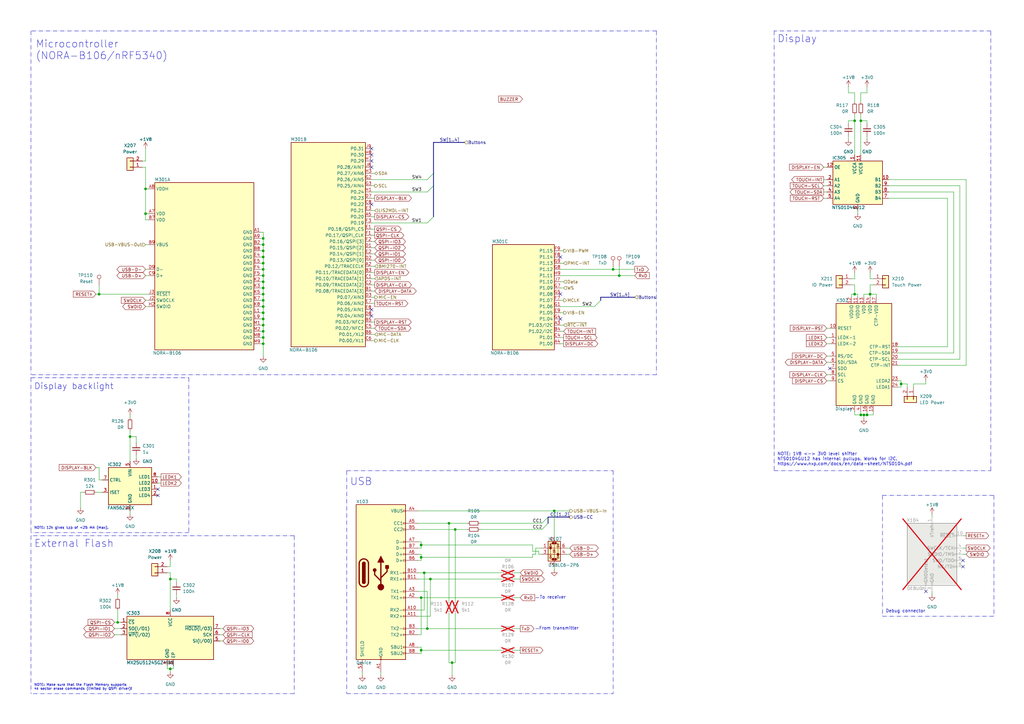
<source format=kicad_sch>
(kicad_sch (version 20250114) (generator "eeschema") (generator_version "9.0")
  (paper "A3")
  (title_block (title "ZSWatch v3 Dev-Kit") (date "2025-05-09") (rev "0") (company "github.com/jakkra/ZSWatch-HW"))
  (text "From transmitter" (at 229.235 257.81 0) (effects (font (size 1.27 1.27))))
  (text "To receiver" (at 226.695 245.11 0) (effects (font (size 1.27 1.27))))
  (text "NOTE: 12k gives I_{LED} of <25 mA (max)." (at 13.97 217.17 0) (effects (font (size 1 1)) (justify left bottom)))
  (text "NOTE: Make sure that the Flash Memory supports\n4k sector erase commands (limited by QSPI driver)!" (at 13.97 283.21 0) (effects (font (size 1 1)) (justify left bottom)))
  (text "Display" (at 318.77 17.78 0) (effects (font (size 3 3)) (justify left bottom)))
  (text "Debug connector" (at 363.22 251.46 0) (effects (font (size 1.27 1.27)) (justify left bottom)))
  (text "USB" (at 143.51 199.39 0) (effects (font (size 3 3)) (justify left bottom)))
  (text "NOTE: 1V8 <-> 3V0 level shifter\nNTS0104GU12 has internal pullups. Works for I2C.\nhttps://www.nxp.com/docs/en/data-sheet/NTS0104.pdf" (at 318.77 191.135 0) (effects (font (size 1.27 1.27)) (justify left bottom)))
  (text "Microcontroller\n(NORA-B106/nRF5340)" (at 14.605 24.765 0) (effects (font (size 3 3)) (justify left bottom)))
  (text "Display backlight" (at 13.97 160.02 0) (effects (font (size 2.5 2.5)) (justify left bottom)))
  (text "External Flash" (at 13.97 224.79 0) (effects (font (size 3 3)) (justify left bottom)))
  (junction (at 107.95 123.19))
  (junction (at 107.95 107.95))
  (junction (at 186.69 217.17))
  (junction (at 107.95 100.33))
  (junction (at 107.95 130.81))
  (junction (at 172.72 223.52))
  (junction (at 107.95 115.57))
  (junction (at 48.26 255.27))
  (junction (at 53.34 179.07))
  (junction (at 107.95 113.03))
  (junction (at 107.95 138.43))
  (junction (at 350.52 120.65))
  (junction (at 107.95 110.49))
  (junction (at 175.26 257.81))
  (junction (at 107.95 140.97))
  (junction (at 254 113.03))
  (junction (at 353.06 49.53))
  (junction (at 173.99 234.95))
  (junction (at 107.95 105.41))
  (junction (at 107.95 118.11))
  (junction (at 184.15 214.63))
  (junction (at 107.95 128.27))
  (junction (at 107.95 97.79))
  (junction (at 107.95 120.65))
  (junction (at 251.46 110.49))
  (junction (at 227.33 209.55))
  (junction (at 350.52 49.53))
  (junction (at 185.42 271.78))
  (junction (at 40.64 120.65))
  (junction (at 107.95 135.89))
  (junction (at 369.57 157.48))
  (junction (at 354.33 170.18))
  (junction (at 172.72 266.7))
  (junction (at 355.6 170.18))
  (junction (at 59.69 77.47))
  (junction (at 107.95 133.35))
  (junction (at 69.85 237.49))
  (junction (at 353.06 170.18))
  (junction (at 172.72 245.11))
  (junction (at 107.95 125.73))
  (junction (at 107.95 102.87))
  (junction (at 59.69 87.63))
  (junction (at 356.87 120.65))
  (junction (at 172.72 228.6))
  (junction (at 69.85 274.32))
  (junction (at 176.53 237.49))
  (no_connect (at 340.36 151.13))
  (no_connect (at 152.4 66.04))
  (no_connect (at 152.4 68.58))
  (no_connect (at 64.77 200.66))
  (no_connect (at 229.87 105.41))
  (no_connect (at 394.97 232.41))
  (no_connect (at 229.87 120.65))
  (no_connect (at 152.4 127))
  (no_connect (at 64.77 203.2))
  (no_connect (at 379.73 242.57))
  (no_connect (at 152.4 83.82))
  (no_connect (at 152.4 129.54))
  (no_connect (at 152.4 63.5))
  (no_connect (at 229.87 130.81))
  (no_connect (at 152.4 60.96))
  (no_connect (at 394.97 229.87))
  (bus_entry (at 246.38 123.19) (size -2.54 2.54))
  (bus_entry (at 177.8 71.12) (size -2.54 2.54))
  (bus_entry (at 222.25 217.17) (size 2.54 -2.54))
  (bus_entry (at 177.8 88.9) (size -2.54 2.54))
  (bus_entry (at 222.25 214.63) (size 2.54 -2.54))
  (bus_entry (at 177.8 76.2) (size -2.54 2.54))
  (wire (pts (xy 354.33 170.18) (xy 354.33 171.45)))
  (wire (pts (xy 69.85 234.95) (xy 69.85 237.49)))
  (wire (pts (xy 339.09 146.05) (xy 340.36 146.05)))
  (wire (pts (xy 210.82 245.11) (xy 213.36 245.11)))
  (wire (pts (xy 172.72 267.97) (xy 171.45 267.97)))
  (wire (pts (xy 72.39 237.49) (xy 72.39 238.76)))
  (wire (pts (xy 350.52 111.76) (xy 350.52 114.3)))
  (wire (pts (xy 152.4 139.7) (xy 153.67 139.7)))
  (wire (pts (xy 171.45 257.81) (xy 175.26 257.81)))
  (wire (pts (xy 53.34 179.07) (xy 53.34 189.23)))
  (wire (pts (xy 353.06 46.99) (xy 353.06 49.53)))
  (wire (pts (xy 339.09 138.43) (xy 340.36 138.43)))
  (wire (pts (xy 107.95 140.97) (xy 107.95 146.05)))
  (polyline (pts (xy 269.24 12.7) (xy 12.7 12.7)) (stroke (width 0) (type dash_dot)))
  (wire (pts (xy 391.16 78.74) (xy 391.16 144.78)))
  (wire (pts (xy 72.39 243.84) (xy 72.39 245.11)))
  (wire (pts (xy 251.46 109.22) (xy 251.46 110.49)))
  (wire (pts (xy 372.11 157.48) (xy 372.11 158.75)))
  (wire (pts (xy 107.95 97.79) (xy 107.95 100.33)))
  (wire (pts (xy 34.29 201.93) (xy 33.02 201.93)))
  (wire (pts (xy 107.95 110.49) (xy 107.95 113.03)))
  (wire (pts (xy 59.69 60.96) (xy 59.69 66.04)))
  (wire (pts (xy 152.4 134.62) (xy 153.67 134.62)))
  (wire (pts (xy 184.15 214.63) (xy 184.15 246.38)))
  (wire (pts (xy 172.72 227.33) (xy 172.72 228.6)))
  (wire (pts (xy 213.36 234.95) (xy 210.82 234.95)))
  (wire (pts (xy 353.06 170.18) (xy 354.33 170.18)))
  (polyline (pts (xy 269.24 153.67) (xy 12.7 153.67)) (stroke (width 0) (type dash_dot)))
  (bus (pts (xy 246.38 121.92) (xy 246.38 123.19)))
  (wire (pts (xy 55.88 186.69) (xy 55.88 187.96)))
  (wire (pts (xy 152.4 111.76) (xy 153.67 111.76)))
  (wire (pts (xy 374.65 157.48) (xy 379.73 157.48)))
  (wire (pts (xy 172.72 266.7) (xy 205.74 266.7)))
  (wire (pts (xy 107.95 125.73) (xy 107.95 128.27)))
  (wire (pts (xy 71.12 273.05) (xy 71.12 274.32)))
  (wire (pts (xy 369.57 158.75) (xy 369.57 157.48)))
  (wire (pts (xy 210.82 266.7) (xy 213.36 266.7)))
  (wire (pts (xy 368.3 149.86) (xy 396.24 149.86)))
  (wire (pts (xy 229.87 118.11) (xy 231.14 118.11)))
  (wire (pts (xy 350.52 168.91) (xy 350.52 170.18)))
  (wire (pts (xy 152.4 119.38) (xy 153.67 119.38)))
  (wire (pts (xy 171.45 245.11) (xy 172.72 245.11)))
  (wire (pts (xy 229.87 135.89) (xy 231.14 135.89)))
  (wire (pts (xy 232.41 227.33) (xy 233.68 227.33)))
  (wire (pts (xy 337.82 81.28) (xy 339.09 81.28)))
  (wire (pts (xy 152.4 99.06) (xy 153.67 99.06)))
  (wire (pts (xy 186.69 217.17) (xy 186.69 246.38)))
  (wire (pts (xy 152.4 81.28) (xy 153.67 81.28)))
  (wire (pts (xy 58.42 66.04) (xy 59.69 66.04)))
  (wire (pts (xy 173.99 250.19) (xy 173.99 234.95)))
  (wire (pts (xy 107.95 133.35) (xy 106.68 133.35)))
  (bus (pts (xy 177.8 71.12) (xy 177.8 76.2)))
  (wire (pts (xy 353.06 170.18) (xy 353.06 168.91)))
  (polyline (pts (xy 317.5 193.04) (xy 406.4 193.04)) (stroke (width 0) (type dash_dot)))
  (wire (pts (xy 152.4 78.74) (xy 175.26 78.74)))
  (polyline (pts (xy 12.7 154.94) (xy 12.7 218.44)) (stroke (width 0) (type dash_dot)))
  (wire (pts (xy 107.95 123.19) (xy 107.95 125.73)))
  (wire (pts (xy 171.45 209.55) (xy 227.33 209.55)))
  (wire (pts (xy 382.27 242.57) (xy 382.27 243.84)))
  (wire (pts (xy 64.77 195.58) (xy 66.04 195.58)))
  (wire (pts (xy 107.95 135.89) (xy 107.95 138.43)))
  (polyline (pts (xy 120.65 219.71) (xy 120.65 284.48)) (stroke (width 0) (type dash_dot)))
  (wire (pts (xy 339.09 140.97) (xy 340.36 140.97)))
  (polyline (pts (xy 406.4 193.04) (xy 406.4 12.7)) (stroke (width 0) (type dash_dot)))
  (wire (pts (xy 107.95 135.89) (xy 106.68 135.89)))
  (wire (pts (xy 68.58 273.05) (xy 68.58 274.32)))
  (wire (pts (xy 39.37 120.65) (xy 40.64 120.65)))
  (wire (pts (xy 205.74 237.49) (xy 176.53 237.49)))
  (wire (pts (xy 69.85 229.87) (xy 69.85 232.41)))
  (wire (pts (xy 227.33 232.41) (xy 227.33 233.68)))
  (wire (pts (xy 59.69 123.19) (xy 60.96 123.19)))
  (wire (pts (xy 251.46 110.49) (xy 260.35 110.49)))
  (wire (pts (xy 46.99 260.35) (xy 49.53 260.35)))
  (wire (pts (xy 229.87 133.35) (xy 231.14 133.35)))
  (polyline (pts (xy 12.7 219.71) (xy 12.7 284.48)) (stroke (width 0) (type dash_dot)))
  (wire (pts (xy 69.85 237.49) (xy 72.39 237.49)))
  (wire (pts (xy 354.33 170.18) (xy 355.6 170.18)))
  (wire (pts (xy 171.45 252.73) (xy 176.53 252.73)))
  (wire (pts (xy 359.41 120.65) (xy 359.41 121.92)))
  (wire (pts (xy 356.87 111.76) (xy 356.87 114.3)))
  (polyline (pts (xy 142.24 193.04) (xy 251.46 193.04)) (stroke (width 0) (type dash_dot)))
  (wire (pts (xy 107.95 118.11) (xy 106.68 118.11)))
  (wire (pts (xy 152.4 116.84) (xy 153.67 116.84)))
  (wire (pts (xy 69.85 274.32) (xy 71.12 274.32)))
  (wire (pts (xy 68.58 232.41) (xy 69.85 232.41)))
  (bus (pts (xy 190.5 58.42) (xy 177.8 58.42)))
  (wire (pts (xy 350.52 116.84) (xy 350.52 120.65)))
  (wire (pts (xy 152.4 114.3) (xy 153.67 114.3)))
  (wire (pts (xy 191.77 217.17) (xy 186.69 217.17)))
  (wire (pts (xy 59.69 110.49) (xy 60.96 110.49)))
  (wire (pts (xy 107.95 120.65) (xy 107.95 123.19)))
  (wire (pts (xy 107.95 125.73) (xy 106.68 125.73)))
  (wire (pts (xy 171.45 222.25) (xy 172.72 222.25)))
  (wire (pts (xy 59.69 87.63) (xy 59.69 77.47)))
  (wire (pts (xy 394.97 219.71) (xy 396.24 219.71)))
  (wire (pts (xy 172.72 223.52) (xy 218.44 223.52)))
  (polyline (pts (xy 77.47 154.94) (xy 77.47 218.44)) (stroke (width 0) (type dash_dot)))
  (wire (pts (xy 229.87 128.27) (xy 231.14 128.27)))
  (wire (pts (xy 396.24 73.66) (xy 364.49 73.66)))
  (wire (pts (xy 254 113.03) (xy 260.35 113.03)))
  (polyline (pts (xy 317.5 12.7) (xy 317.5 193.04)) (stroke (width 0) (type dash_dot)))
  (polyline (pts (xy 269.24 12.7) (xy 269.24 153.67)) (stroke (width 0) (type dash_dot)))
  (wire (pts (xy 107.95 110.49) (xy 106.68 110.49)))
  (wire (pts (xy 152.4 88.9) (xy 153.67 88.9)))
  (wire (pts (xy 205.74 234.95) (xy 173.99 234.95)))
  (wire (pts (xy 337.82 68.58) (xy 339.09 68.58)))
  (wire (pts (xy 107.95 115.57) (xy 107.95 118.11)))
  (wire (pts (xy 350.52 170.18) (xy 353.06 170.18)))
  (wire (pts (xy 171.45 265.43) (xy 172.72 265.43)))
  (wire (pts (xy 171.45 227.33) (xy 172.72 227.33)))
  (wire (pts (xy 107.95 115.57) (xy 106.68 115.57)))
  (bus (pts (xy 224.79 214.63) (xy 224.79 212.09)))
  (polyline (pts (xy 120.65 219.71) (xy 12.7 219.71)) (stroke (width 0) (type dash_dot)))
  (wire (pts (xy 59.69 100.33) (xy 60.96 100.33)))
  (wire (pts (xy 393.7 76.2) (xy 393.7 147.32)))
  (wire (pts (xy 186.69 271.78) (xy 186.69 251.46)))
  (wire (pts (xy 358.14 114.3) (xy 356.87 114.3)))
  (wire (pts (xy 191.77 214.63) (xy 184.15 214.63)))
  (wire (pts (xy 152.4 96.52) (xy 153.67 96.52)))
  (wire (pts (xy 59.69 90.17) (xy 59.69 87.63)))
  (wire (pts (xy 350.52 49.53) (xy 350.52 63.5)))
  (wire (pts (xy 229.87 115.57) (xy 231.14 115.57)))
  (wire (pts (xy 172.72 228.6) (xy 172.72 229.87)))
  (wire (pts (xy 41.91 196.85) (xy 40.64 196.85)))
  (wire (pts (xy 220.98 227.33) (xy 222.25 227.33)))
  (wire (pts (xy 69.85 237.49) (xy 69.85 250.19)))
  (polyline (pts (xy 219.71 245.11) (xy 220.98 245.11)))
  (wire (pts (xy 107.95 95.25) (xy 107.95 97.79)))
  (wire (pts (xy 218.44 223.52) (xy 218.44 226.06)))
  (wire (pts (xy 152.4 73.66) (xy 175.26 73.66)))
  (polyline (pts (xy 120.65 284.48) (xy 12.7 284.48)) (stroke (width 0) (type dash_dot)))
  (wire (pts (xy 219.71 227.33) (xy 219.71 224.79)))
  (polyline (pts (xy 361.95 203.2) (xy 407.67 203.2)) (stroke (width 0) (type dash_dot)))
  (wire (pts (xy 173.99 234.95) (xy 171.45 234.95)))
  (wire (pts (xy 152.4 86.36) (xy 153.67 86.36)))
  (wire (pts (xy 382.27 210.82) (xy 382.27 212.09)))
  (wire (pts (xy 172.72 228.6) (xy 218.44 228.6)))
  (wire (pts (xy 171.45 229.87) (xy 172.72 229.87)))
  (wire (pts (xy 396.24 73.66) (xy 396.24 149.86)))
  (wire (pts (xy 107.95 102.87) (xy 106.68 102.87)))
  (polyline (pts (xy 251.46 193.04) (xy 251.46 284.48)) (stroke (width 0) (type dash_dot)))
  (wire (pts (xy 351.79 120.65) (xy 350.52 120.65)))
  (wire (pts (xy 107.95 118.11) (xy 107.95 120.65)))
  (wire (pts (xy 394.97 227.33) (xy 396.24 227.33)))
  (wire (pts (xy 355.6 170.18) (xy 358.14 170.18)))
  (wire (pts (xy 232.41 224.79) (xy 233.68 224.79)))
  (wire (pts (xy 254 113.03) (xy 229.87 113.03)))
  (wire (pts (xy 107.95 95.25) (xy 106.68 95.25)))
  (wire (pts (xy 172.72 266.7) (xy 172.72 267.97)))
  (wire (pts (xy 48.26 255.27) (xy 49.53 255.27)))
  (wire (pts (xy 107.95 97.79) (xy 106.68 97.79)))
  (wire (pts (xy 107.95 128.27) (xy 107.95 130.81)))
  (wire (pts (xy 107.95 133.35) (xy 107.95 135.89)))
  (wire (pts (xy 172.72 265.43) (xy 172.72 266.7)))
  (wire (pts (xy 46.99 255.27) (xy 48.26 255.27)))
  (wire (pts (xy 369.57 157.48) (xy 369.57 156.21)))
  (wire (pts (xy 107.95 130.81) (xy 106.68 130.81)))
  (wire (pts (xy 350.52 120.65) (xy 349.25 120.65)))
  (wire (pts (xy 186.69 217.17) (xy 171.45 217.17)))
  (wire (pts (xy 388.62 81.28) (xy 388.62 142.24)))
  (wire (pts (xy 152.4 121.92) (xy 153.67 121.92)))
  (wire (pts (xy 40.64 120.65) (xy 60.96 120.65)))
  (polyline (pts (xy 406.4 12.7) (xy 317.5 12.7)) (stroke (width 0) (type dash_dot)))
  (wire (pts (xy 46.99 257.81) (xy 49.53 257.81)))
  (wire (pts (xy 107.95 140.97) (xy 106.68 140.97)))
  (wire (pts (xy 229.87 125.73) (xy 243.84 125.73)))
  (wire (pts (xy 58.42 68.58) (xy 59.69 68.58)))
  (bus (pts (xy 177.8 58.42) (xy 177.8 71.12)))
  (wire (pts (xy 337.82 76.2) (xy 339.09 76.2)))
  (wire (pts (xy 337.82 73.66) (xy 339.09 73.66)))
  (wire (pts (xy 351.79 86.36) (xy 351.79 87.63)))
  (wire (pts (xy 171.45 242.57) (xy 175.26 242.57)))
  (wire (pts (xy 394.97 224.79) (xy 396.24 224.79)))
  (wire (pts (xy 337.82 78.74) (xy 339.09 78.74)))
  (wire (pts (xy 227.33 209.55) (xy 227.33 219.71)))
  (wire (pts (xy 347.98 50.8) (xy 347.98 49.53)))
  (wire (pts (xy 107.95 113.03) (xy 107.95 115.57)))
  (wire (pts (xy 339.09 134.62) (xy 340.36 134.62)))
  (wire (pts (xy 351.79 120.65) (xy 351.79 121.92)))
  (wire (pts (xy 229.87 123.19) (xy 231.14 123.19)))
  (polyline (pts (xy 77.47 218.44) (xy 12.7 218.44)) (stroke (width 0) (type dash_dot)))
  (wire (pts (xy 350.52 38.1) (xy 350.52 41.91)))
  (wire (pts (xy 350.52 46.99) (xy 350.52 49.53)))
  (wire (pts (xy 229.87 140.97) (xy 231.14 140.97)))
  (wire (pts (xy 374.65 158.75) (xy 374.65 157.48)))
  (wire (pts (xy 152.4 101.6) (xy 153.67 101.6)))
  (wire (pts (xy 107.95 138.43) (xy 106.68 138.43)))
  (wire (pts (xy 55.88 179.07) (xy 53.34 179.07)))
  (wire (pts (xy 356.87 120.65) (xy 359.41 120.65)))
  (wire (pts (xy 186.69 271.78) (xy 185.42 271.78)))
  (wire (pts (xy 107.95 107.95) (xy 107.95 110.49)))
  (wire (pts (xy 185.42 271.78) (xy 185.42 276.86)))
  (wire (pts (xy 355.6 35.56) (xy 355.6 38.1)))
  (wire (pts (xy 184.15 214.63) (xy 171.45 214.63)))
  (wire (pts (xy 176.53 237.49) (xy 176.53 252.73)))
  (wire (pts (xy 175.26 257.81) (xy 205.74 257.81)))
  (wire (pts (xy 196.85 217.17) (xy 222.25 217.17)))
  (bus (pts (xy 224.79 212.09) (xy 233.68 212.09)))
  (polyline (pts (xy 12.7 154.94) (xy 77.47 154.94)) (stroke (width 0) (type dash_dot)))
  (wire (pts (xy 355.6 50.8) (xy 355.6 49.53)))
  (wire (pts (xy 379.73 157.48) (xy 379.73 156.21)))
  (wire (pts (xy 171.45 250.19) (xy 173.99 250.19)))
  (wire (pts (xy 107.95 138.43) (xy 107.95 140.97)))
  (wire (pts (xy 364.49 81.28) (xy 388.62 81.28)))
  (wire (pts (xy 53.34 170.18) (xy 53.34 171.45)))
  (wire (pts (xy 210.82 257.81) (xy 213.36 257.81)))
  (wire (pts (xy 152.4 93.98) (xy 153.67 93.98)))
  (bus (pts (xy 177.8 76.2) (xy 177.8 88.9)))
  (wire (pts (xy 339.09 153.67) (xy 340.36 153.67)))
  (wire (pts (xy 152.4 104.14) (xy 153.67 104.14)))
  (polyline (pts (xy 142.24 284.48) (xy 251.46 284.48)) (stroke (width 0) (type dash_dot)))
  (wire (pts (xy 107.95 120.65) (xy 106.68 120.65)))
  (wire (pts (xy 107.95 105.41) (xy 106.68 105.41)))
  (wire (pts (xy 196.85 214.63) (xy 222.25 214.63)))
  (wire (pts (xy 107.95 130.81) (xy 107.95 133.35)))
  (wire (pts (xy 354.33 120.65) (xy 356.87 120.65)))
  (wire (pts (xy 107.95 100.33) (xy 107.95 102.87)))
  (polyline (pts (xy 12.7 12.7) (xy 12.7 153.67)) (stroke (width 0) (type dash_dot)))
  (wire (pts (xy 39.37 191.77) (xy 40.64 191.77)))
  (wire (pts (xy 152.4 76.2) (xy 153.67 76.2)))
  (wire (pts (xy 59.69 113.03) (xy 60.96 113.03)))
  (wire (pts (xy 175.26 242.57) (xy 175.26 257.81)))
  (wire (pts (xy 33.02 201.93) (xy 33.02 208.28)))
  (wire (pts (xy 368.3 156.21) (xy 369.57 156.21)))
  (wire (pts (xy 152.4 106.68) (xy 153.67 106.68)))
  (wire (pts (xy 59.69 68.58) (xy 59.69 77.47)))
  (wire (pts (xy 156.21 275.59) (xy 156.21 276.86)))
  (wire (pts (xy 148.59 275.59) (xy 148.59 276.86)))
  (wire (pts (xy 229.87 107.95) (xy 231.14 107.95)))
  (wire (pts (xy 358.14 170.18) (xy 358.14 168.91)))
  (wire (pts (xy 347.98 55.88) (xy 347.98 57.15)))
  (wire (pts (xy 152.4 124.46) (xy 153.67 124.46)))
  (wire (pts (xy 368.3 144.78) (xy 391.16 144.78)))
  (wire (pts (xy 218.44 227.33) (xy 218.44 228.6)))
  (wire (pts (xy 172.72 260.35) (xy 172.72 245.11)))
  (wire (pts (xy 347.98 49.53) (xy 350.52 49.53)))
  (wire (pts (xy 107.95 105.41) (xy 107.95 107.95)))
  (wire (pts (xy 107.95 128.27) (xy 106.68 128.27)))
  (wire (pts (xy 107.95 113.03) (xy 106.68 113.03)))
  (wire (pts (xy 53.34 209.55) (xy 53.34 210.82)))
  (wire (pts (xy 69.85 274.32) (xy 69.85 275.59)))
  (wire (pts (xy 213.36 237.49) (xy 210.82 237.49)))
  (bus (pts (xy 260.35 121.92) (xy 246.38 121.92)))
  (polyline (pts (xy 361.95 252.73) (xy 407.67 252.73)) (stroke (width 0) (type dash_dot)))
  (wire (pts (xy 40.64 116.84) (xy 40.64 120.65)))
  (wire (pts (xy 90.17 260.35) (xy 91.44 260.35)))
  (wire (pts (xy 349.25 114.3) (xy 350.52 114.3)))
  (wire (pts (xy 356.87 116.84) (xy 356.87 120.65)))
  (wire (pts (xy 218.44 226.06) (xy 220.98 226.06)))
  (wire (pts (xy 358.14 116.84) (xy 356.87 116.84)))
  (polyline (pts (xy 407.67 203.2) (xy 407.67 252.73)) (stroke (width 0) (type dash_dot)))
  (wire (pts (xy 172.72 222.25) (xy 172.72 223.52)))
  (wire (pts (xy 229.87 102.87) (xy 231.14 102.87)))
  (wire (pts (xy 55.88 179.07) (xy 55.88 181.61)))
  (wire (pts (xy 48.26 250.19) (xy 48.26 255.27)))
  (wire (pts (xy 364.49 78.74) (xy 391.16 78.74)))
  (wire (pts (xy 90.17 257.81) (xy 91.44 257.81)))
  (wire (pts (xy 364.49 76.2) (xy 393.7 76.2)))
  (wire (pts (xy 227.33 209.55) (xy 233.68 209.55)))
  (wire (pts (xy 152.4 71.12) (xy 153.67 71.12)))
  (wire (pts (xy 172.72 245.11) (xy 205.74 245.11)))
  (wire (pts (xy 40.64 196.85) (xy 40.64 191.77)))
  (wire (pts (xy 347.98 35.56) (xy 347.98 38.1)))
  (polyline (pts (xy 361.95 203.2) (xy 361.95 252.73)) (stroke (width 0) (type dash_dot)))
  (wire (pts (xy 59.69 77.47) (xy 60.96 77.47)))
  (wire (pts (xy 339.09 148.59) (xy 340.36 148.59)))
  (wire (pts (xy 368.3 142.24) (xy 388.62 142.24)))
  (wire (pts (xy 229.87 138.43) (xy 231.14 138.43)))
  (wire (pts (xy 353.06 41.91) (xy 353.06 38.1)))
  (wire (pts (xy 64.77 198.12) (xy 66.04 198.12)))
  (wire (pts (xy 176.53 237.49) (xy 171.45 237.49)))
  (wire (pts (xy 355.6 49.53) (xy 353.06 49.53)))
  (wire (pts (xy 184.15 251.46) (xy 184.15 271.78)))
  (wire (pts (xy 171.45 224.79) (xy 172.72 224.79)))
  (wire (pts (xy 107.95 123.19) (xy 106.68 123.19)))
  (wire (pts (xy 356.87 120.65) (xy 356.87 121.92)))
  (wire (pts (xy 353.06 49.53) (xy 353.06 63.5)))
  (polyline (pts (xy 142.24 193.04) (xy 142.24 284.48)) (stroke (width 0) (type dash_dot)))
  (wire (pts (xy 355.6 170.18) (xy 355.6 168.91)))
  (wire (pts (xy 59.69 125.73) (xy 60.96 125.73)))
  (wire (pts (xy 90.17 262.89) (xy 91.44 262.89)))
  (wire (pts (xy 220.98 226.06) (xy 220.98 227.33)))
  (wire (pts (xy 354.33 121.92) (xy 354.33 120.65)))
  (wire (pts (xy 152.4 137.16) (xy 153.67 137.16)))
  (wire (pts (xy 251.46 110.49) (xy 229.87 110.49)))
  (wire (pts (xy 369.57 157.48) (xy 372.11 157.48)))
  (wire (pts (xy 152.4 91.44) (xy 175.26 91.44)))
  (wire (pts (xy 59.69 87.63) (xy 60.96 87.63)))
  (wire (pts (xy 152.4 132.08) (xy 153.67 132.08)))
  (wire (pts (xy 172.72 223.52) (xy 172.72 224.79)))
  (wire (pts (xy 339.09 156.21) (xy 340.36 156.21)))
  (wire (pts (xy 60.96 90.17) (xy 59.69 90.17)))
  (wire (pts (xy 152.4 109.22) (xy 153.67 109.22)))
  (wire (pts (xy 48.26 243.84) (xy 48.26 245.11)))
  (wire (pts (xy 107.95 107.95) (xy 106.68 107.95)))
  (wire (pts (xy 368.3 158.75) (xy 369.57 158.75)))
  (wire (pts (xy 68.58 274.32) (xy 69.85 274.32)))
  (wire (pts (xy 254 109.22) (xy 254 113.03)))
  (wire (pts (xy 41.91 201.93) (xy 39.37 201.93)))
  (wire (pts (xy 218.44 227.33) (xy 219.71 227.33)))
  (wire (pts (xy 219.71 224.79) (xy 222.25 224.79)))
  (wire (pts (xy 353.06 38.1) (xy 355.6 38.1)))
  (polyline (pts (xy 219.71 257.81) (xy 220.98 257.81)))
  (wire (pts (xy 347.98 38.1) (xy 350.52 38.1)))
  (wire (pts (xy 53.34 176.53) (xy 53.34 179.07)))
  (wire (pts (xy 68.58 234.95) (xy 69.85 234.95)))
  (wire (pts (xy 171.45 260.35) (xy 172.72 260.35)))
  (wire (pts (xy 349.25 116.84) (xy 350.52 116.84)))
  (wire (pts (xy 107.95 100.33) (xy 106.68 100.33)))
  (wire (pts (xy 355.6 55.88) (xy 355.6 57.15)))
  (wire (pts (xy 393.7 147.32) (xy 368.3 147.32)))
  (wire (pts (xy 349.25 120.65) (xy 349.25 121.92)))
  (wire (pts (xy 184.15 271.78) (xy 185.42 271.78)))
  (wire (pts (xy 107.95 102.87) (xy 107.95 105.41)))
  (label "CC[1..2]" (at 233.68 212.09 180))
  (label "SW1" (at 168.91 91.44 0))
  (label "CC2" (at 218.44 217.17 0))
  (label "SW4" (at 168.91 73.66 0))
  (label "SW2" (at 238.76 125.73 0))
  (label "SW[1..4]" (at 250.19 121.92 0))
  (label "SW3" (at 168.91 78.74 0))
  (label "CC1" (at 218.44 214.63 0))
  (label "SW[1..4]" (at 180.34 58.42 0))
  (global_label "QSPI-CLK" (shape output) (at 153.67 96.52 0) (property "Intersheetrefs" "${INTERSHEET_REFS}" (effects (hide yes))))
  (global_label "DISPLAY-RST" (shape output) (at 153.67 132.08 0) (property "Intersheetrefs" "${INTERSHEET_REFS}" (effects (hide yes))))
  (global_label "SWDCLK" (shape output) (at 213.36 237.49 0) (property "Intersheetrefs" "${INTERSHEET_REFS}" (effects (hide yes))))
  (global_label "SWDCLK" (shape input) (at 59.69 123.19 180) (property "Intersheetrefs" "${INTERSHEET_REFS}" (effects (hide yes))))
  (global_label "USB-D+" (shape bidirectional) (at 233.68 227.33 0) (property "Intersheetrefs" "${INTERSHEET_REFS}" (effects (hide yes))))
  (global_label "TxD" (shape output) (at 213.36 257.81 0) (property "Intersheetrefs" "${INTERSHEET_REFS}" (effects (hide yes))))
  (global_label "QSPI-CS" (shape output) (at 153.67 93.98 0) (property "Intersheetrefs" "${INTERSHEET_REFS}" (effects (hide yes))))
  (global_label "QSPI-IO0" (shape bidirectional) (at 91.44 262.89 0) (property "Intersheetrefs" "${INTERSHEET_REFS}" (effects (hide yes))))
  (global_label "TOUCH-SDA" (shape bidirectional) (at 153.67 134.62 0) (property "Intersheetrefs" "${INTERSHEET_REFS}" (effects (hide yes))))
  (global_label "TOUCH-RST" (shape output) (at 153.67 124.46 0) (property "Intersheetrefs" "${INTERSHEET_REFS}" (effects (hide yes))))
  (global_label "SWDIO" (shape bidirectional) (at 213.36 234.95 0) (property "Intersheetrefs" "${INTERSHEET_REFS}" (effects (hide yes))))
  (global_label "RESETn" (shape input) (at 39.37 120.65 180) (property "Intersheetrefs" "${INTERSHEET_REFS}" (effects (hide yes))))
  (global_label "SWDIO" (shape bidirectional) (at 396.24 227.33 0) (property "Intersheetrefs" "${INTERSHEET_REFS}" (effects (hide yes))))
  (global_label "SWDIO" (shape bidirectional) (at 59.69 125.73 180) (property "Intersheetrefs" "${INTERSHEET_REFS}" (effects (hide yes))))
  (global_label "QSPI-IO0" (shape bidirectional) (at 153.67 106.68 0) (property "Intersheetrefs" "${INTERSHEET_REFS}" (effects (hide yes))))
  (global_label "QSPI-IO3" (shape bidirectional) (at 153.67 99.06 0) (property "Intersheetrefs" "${INTERSHEET_REFS}" (effects (hide yes))))
  (global_label "QSPI-IO1" (shape bidirectional) (at 46.99 257.81 180) (property "Intersheetrefs" "${INTERSHEET_REFS}" (effects (hide yes))))
  (global_label "QSPI-IO1" (shape bidirectional) (at 153.67 104.14 0) (property "Intersheetrefs" "${INTERSHEET_REFS}" (effects (hide yes))))
  (global_label "DISPLAY-CLK" (shape input) (at 339.09 153.67 180) (property "Intersheetrefs" "${INTERSHEET_REFS}" (effects (hide yes))))
  (global_label "DISPLAY-DATA" (shape bidirectional) (at 339.09 148.59 180) (property "Intersheetrefs" "${INTERSHEET_REFS}" (effects (hide yes))))
  (global_label "TOUCH-INT" (shape output) (at 337.82 73.66 180) (property "Intersheetrefs" "${INTERSHEET_REFS}" (effects (hide yes))))
  (global_label "QSPI-CLK" (shape input) (at 91.44 260.35 0) (property "Intersheetrefs" "${INTERSHEET_REFS}" (effects (hide yes))))
  (global_label "DISPLAY-DATA" (shape bidirectional) (at 153.67 119.38 0) (property "Intersheetrefs" "${INTERSHEET_REFS}" (effects (hide yes))))
  (global_label "DISPLAY-DC" (shape output) (at 231.14 140.97 0) (property "Intersheetrefs" "${INTERSHEET_REFS}" (effects (hide yes))))
  (global_label "TOUCH-INT" (shape input) (at 231.14 135.89 0) (property "Intersheetrefs" "${INTERSHEET_REFS}" (effects (hide yes))))
  (global_label "TOUCH-SCL" (shape output) (at 231.14 138.43 0) (property "Intersheetrefs" "${INTERSHEET_REFS}" (effects (hide yes))))
  (global_label "QSPI-IO3" (shape bidirectional) (at 91.44 257.81 0) (property "Intersheetrefs" "${INTERSHEET_REFS}" (effects (hide yes))))
  (global_label "TOUCH-RST" (shape input) (at 337.82 81.28 180) (property "Intersheetrefs" "${INTERSHEET_REFS}" (effects (hide yes))))
  (global_label "QSPI-IO2" (shape bidirectional) (at 153.67 101.6 0) (property "Intersheetrefs" "${INTERSHEET_REFS}" (effects (hide yes))))
  (global_label "LEDK2" (shape input) (at 339.09 140.97 180) (property "Intersheetrefs" "${INTERSHEET_REFS}" (effects (hide yes))))
  (global_label "DISPLAY-BLK" (shape output) (at 153.67 81.28 0) (property "Intersheetrefs" "${INTERSHEET_REFS}" (effects (hide yes))))
  (global_label "RxD" (shape input) (at 260.35 113.03 0) (property "Intersheetrefs" "${INTERSHEET_REFS}" (effects (hide yes))))
  (global_label "DISPLAY-CLK" (shape output) (at 153.67 116.84 0) (property "Intersheetrefs" "${INTERSHEET_REFS}" (effects (hide yes))))
  (global_label "RESETn" (shape output) (at 213.36 266.7 0) (property "Intersheetrefs" "${INTERSHEET_REFS}" (effects (hide yes))))
  (global_label "USB-D-" (shape bidirectional) (at 59.69 110.49 180) (property "Intersheetrefs" "${INTERSHEET_REFS}" (effects (hide yes))))
  (global_label "LEDK2" (shape output) (at 66.04 198.12 0) (property "Intersheetrefs" "${INTERSHEET_REFS}" (effects (hide yes))))
  (global_label "USB-D+" (shape bidirectional) (at 59.69 113.03 180) (property "Intersheetrefs" "${INTERSHEET_REFS}" (effects (hide yes))))
  (global_label "TOUCH-SCL" (shape input) (at 337.82 76.2 180) (property "Intersheetrefs" "${INTERSHEET_REFS}" (effects (hide yes))))
  (global_label "BUZZER" (shape output) (at 204.47 40.64 0) (property "Intersheetrefs" "${INTERSHEET_REFS}" (effects (hide yes))))
  (global_label "TOUCH-SDA" (shape output) (at 337.82 78.74 180) (property "Intersheetrefs" "${INTERSHEET_REFS}" (effects (hide yes))))
  (global_label "DISPLAY-CS" (shape input) (at 339.09 156.21 180) (property "Intersheetrefs" "${INTERSHEET_REFS}" (effects (hide yes))))
  (global_label "QSPI-IO2" (shape bidirectional) (at 46.99 260.35 180) (property "Intersheetrefs" "${INTERSHEET_REFS}" (effects (hide yes))))
  (global_label "LEDK1" (shape input) (at 339.09 138.43 180) (property "Intersheetrefs" "${INTERSHEET_REFS}" (effects (hide yes))))
  (global_label "SWDCLK" (shape output) (at 396.24 224.79 0) (property "Intersheetrefs" "${INTERSHEET_REFS}" (effects (hide yes))))
  (global_label "DISPLAY-BLK" (shape input) (at 39.37 191.77 180) (property "Intersheetrefs" "${INTERSHEET_REFS}" (effects (hide yes))))
  (global_label "QSPI-CS" (shape input) (at 46.99 255.27 180) (property "Intersheetrefs" "${INTERSHEET_REFS}" (effects (hide yes))))
  (global_label "USB-D-" (shape bidirectional) (at 233.68 224.79 0) (property "Intersheetrefs" "${INTERSHEET_REFS}" (effects (hide yes))))
  (global_label "DISPLAY-CS" (shape output) (at 153.67 88.9 0) (property "Intersheetrefs" "${INTERSHEET_REFS}" (effects (hide yes))))
  (global_label "DISPLAY-DC" (shape input) (at 339.09 146.05 180) (property "Intersheetrefs" "${INTERSHEET_REFS}" (effects (hide yes))))
  (global_label "RxD" (shape input) (at 213.36 245.11 0) (property "Intersheetrefs" "${INTERSHEET_REFS}" (effects (hide yes))))
  (global_label "TxD" (shape output) (at 260.35 110.49 0) (property "Intersheetrefs" "${INTERSHEET_REFS}" (effects (hide yes))))
  (global_label "LEDK1" (shape output) (at 66.04 195.58 0) (property "Intersheetrefs" "${INTERSHEET_REFS}" (effects (hide yes))))
  (global_label "DISPLAY-EN" (shape output) (at 153.67 111.76 0) (property "Intersheetrefs" "${INTERSHEET_REFS}" (effects (hide yes))))
  (global_label "RESETn" (shape output) (at 396.24 219.71 0) (property "Intersheetrefs" "${INTERSHEET_REFS}" (effects (hide yes))))
  (global_label "DISPLAY-RST" (shape input) (at 339.09 134.62 180) (property "Intersheetrefs" "${INTERSHEET_REFS}" (effects (hide yes))))
  (global_label "DISPLAY-EN" (shape input) (at 337.82 68.58 180) (property "Intersheetrefs" "${INTERSHEET_REFS}" (effects (hide yes))))
  (hierarchical_label "PMIC-INT" (shape input) (at 231.14 107.95 0))
  (hierarchical_label "Buttons" (shape input) (at 190.5 58.42 0))
  (hierarchical_label "USB-CC" (shape output) (at 233.68 212.09 0))
  (hierarchical_label "Buttons" (shape input) (at 260.35 121.92 0))
  (hierarchical_label "MIC-DATA" (shape input) (at 153.67 137.16 0))
  (hierarchical_label "USB-VBUS-In" (shape output) (at 233.68 209.55 0))
  (hierarchical_label "Data" (shape input) (at 231.14 115.57 0))
  (hierarchical_label "APDS-INT" (shape input) (at 153.67 114.3 0))
  (hierarchical_label "MIC-EN" (shape output) (at 153.67 121.92 0))
  (hierarchical_label "WS" (shape input) (at 231.14 118.11 0))
  (hierarchical_label "~{RTC-INT}" (shape input) (at 231.14 133.35 0))
  (hierarchical_label "USB-VBUS-Out" (shape input) (at 59.69 100.33 180))
  (hierarchical_label "SCL" (shape output) (at 153.67 76.2 0))
  (hierarchical_label "MCLK" (shape output) (at 231.14 123.19 0))
  (hierarchical_label "BMI270-INT" (shape input) (at 153.67 109.22 0))
  (hierarchical_label "MIC-CLK" (shape output) (at 153.67 139.7 0))
  (hierarchical_label "SDA" (shape bidirectional) (at 153.67 71.12 0))
  (hierarchical_label "LIS2MDL-INT" (shape input) (at 153.67 86.36 0))
  (hierarchical_label "VIB-EN" (shape output) (at 231.14 128.27 0))
  (hierarchical_label "VIB-PWM" (shape output) (at 231.14 102.87 0))
  (symbol (lib_id "power:GND") (at 55.88 187.96 0) (unit 1)
    (property "Reference" "#PWR0307" (effects (hide yes)))
    (property "Value" "GND" (at 58.42 189.23 0) (effects (justify left)))
  )
  (symbol (lib_id "Connector:Conn_ARM_JTAG_SWD_10") (at 382.27 227.33 0) (unit 1) (in_bom no) (dnp yes)
    (property "Reference" "X104" (at 376.936 213.36 0) (effects (justify right)))
    (property "Value" "DEBUG" (at 378.46 241.3 0) (effects (justify right)))
    (property "Footprint" "Connector_PinHeader_1.27mm:PinHeader_2x05_P1.27mm_Vertical" (effects (hide yes)))
    (property "Datasheet" "http://infocenter.arm.com/help/topic/com.arm.doc.ddi0314h/DDI0314H_coresight_components_trm.pdf" (effects (hide yes)))
    (property "Description" "Cortex Debug Connector, standard ARM Cortex-M SWD and JTAG interface" (effects (hide yes)))
    (property "manf" "Samtec" (effects (hide yes)))
    (property "manf#" "SHF-105-01-L-D-TH-TR" (effects (hide yes)))
    (property "mouser#" "200-SHF-105-01-L-D-TH-TR" (effects (hide yes)))
  )
  (symbol (lib_id "Connector_Generic:Conn_01x02") (at 53.34 68.58 180) (unit 1)
    (property "Reference" "X207" (at 53.34 59.69 0))
    (property "Value" "Power" (at 53.34 62.23 0))
    (property "Footprint" "Connector_PinHeader_2.54mm:PinHeader_1x02_P2.54mm_Vertical_SMD_Pin1Left" (effects (hide yes)))
    (property "Datasheet" "https://cdn.amphenol-cs.com/media/wysiwyg/files/documentation/datasheet/boardwiretoboard/bwb_econostik_254headers.pdf" (effects (hide yes)))
    (property "Description" "Generic connector, single row, 01x02, script generated (kicad-library-utils/schlib/autogen/connector/)" (effects (hide yes)))
    (property "manf" "Amphenol FCI" (effects (hide yes)))
    (property "manf#" "10129380-902001BLF" (effects (hide yes)))
    (property "mouser#" "649-1012938090201BLF" (effects (hide yes)))
  )
  (symbol (lib_id "power:GND") (at 148.59 276.86 0) (unit 1)
    (property "Reference" "#PWR0139" (effects (hide yes)))
    (property "Value" "GND" (at 148.59 281.94 0))
  )
  (symbol (lib_id "power:+1V8") (at 48.26 243.84 0) (unit 1)
    (property "Reference" "#PWR0308" (effects (hide yes)))
    (property "Value" "+1V8" (at 48.26 240.03 0))
  )
  (symbol (lib_id "power:+1V8") (at 59.69 60.96 0) (unit 1)
    (property "Reference" "#PWR0305" (effects (hide yes)))
    (property "Value" "+1V8" (at 59.69 57.15 0))
  )
  (symbol (lib_id "power:GND") (at 354.33 171.45 0) (unit 1)
    (property "Reference" "#PWR0332" (effects (hide yes)))
    (property "Value" "GND" (at 354.33 176.53 0))
  )
  (symbol (lib_id "Power_Protection:USBLC6-2P6") (at 227.33 224.79 0) (unit 1)
    (property "Reference" "IC107" (at 224.79 220.98 0) (effects (justify left)))
    (property "Value" "USBLC6-2P6" (at 224.79 231.775 0) (effects (justify left)))
    (property "Footprint" "Package_TO_SOT_SMD:SOT-666" (effects (hide yes)))
    (property "Datasheet" "https://www.st.com/resource/en/datasheet/usblc6-2.pdf" (effects (hide yes)))
    (property "Description" "Very low capacitance ESD protection diode, 2 data-line, SOT-666" (effects (hide yes)))
    (property "manf" "STMicroelectronics" (effects (hide yes)))
    (property "manf#" "USBLC6-2P6" (effects (hide yes)))
    (property "mouser#" "511-USBLC6-2P6" (effects (hide yes)))
  )
  (symbol (lib_id "power:GND") (at 227.33 233.68 0) (unit 1)
    (property "Reference" "#PWR0159" (effects (hide yes)))
    (property "Value" "GND" (effects (hide yes)))
  )
  (symbol (lib_id "Connector:TestPoint") (at 254 109.22 0) (unit 1) (in_bom no)
    (property "Reference" "TP109" (at 256.54 105.283 0) (effects (justify left)))
    (property "Value" "RxD" (at 256.54 107.823 0) (effects (justify left)))
    (property "Footprint" "TestPoint:TestPoint_Pad_D1.0mm" (effects (hide yes)))
  )
  (symbol (lib_id "Device:R_Small") (at 208.28 237.49 270) (mirror x) (unit 1) (in_bom no) (dnp yes)
    (property "Reference" "R107" (at 208.28 240.03 90))
    (property "Value" "0R" (at 208.28 242.57 90))
    (property "Footprint" "Resistor_SMD:R_0805_2012Metric" (effects (hide yes)))
    (property "Datasheet" "https://www.mouser.de/datasheet/2/54/cr-1858361.pdf" (effects (hide yes)))
    (property "manf" "Bourns" (effects (hide yes)))
    (property "manf#" "CR0805-J/-000ELF" (effects (hide yes)))
    (property "mouser#" "652-CR0805-J/-000ELF" (effects (hide yes)))
  )
  (symbol (lib_id "uBlox:NORA-B106") (at 85.09 109.22 0) (unit 1)
    (property "Reference" "M301" (at 66.675 73.66 0))
    (property "Value" "NORA-B106" (at 68.58 144.78 0))
    (property "Footprint" "uBlox:NORA-B106" (effects (hide yes)))
    (property "Datasheet" "https://www.u-blox.com/docs/UBX-20027119" (effects (hide yes)))
    (property "manf" "u-blox" (effects (hide yes)))
    (property "manf#" "NORA-B106-00B" (effects (hide yes)))
    (property "mouser#" "377-NORA-B106-00B" (effects (hide yes)))
  )
  (symbol (lib_id "Device:R_Small") (at 208.28 266.7 270) (mirror x) (unit 1) (in_bom no) (dnp yes)
    (property "Reference" "R130" (at 208.28 269.24 90))
    (property "Value" "0R" (at 208.28 271.78 90))
    (property "Footprint" "Resistor_SMD:R_0805_2012Metric" (effects (hide yes)))
    (property "Datasheet" "https://www.mouser.de/datasheet/2/54/cr-1858361.pdf" (effects (hide yes)))
    (property "manf" "Bourns" (effects (hide yes)))
    (property "manf#" "CR0805-J/-000ELF" (effects (hide yes)))
    (property "mouser#" "652-CR0805-J/-000ELF" (effects (hide yes)))
  )
  (symbol (lib_id "Device:R_Small") (at 48.26 247.65 0) (unit 1)
    (property "Reference" "R302" (at 45.72 246.3799 0) (effects (justify right)))
    (property "Value" "100k" (at 45.72 248.9199 0) (effects (justify right)))
    (property "Footprint" "Resistor_SMD:R_0402_1005Metric" (effects (hide yes)))
    (property "Datasheet" "https://www.mouser.de/datasheet/2/447/YAGEO_PYu_RC_Group_51_RoHS_L_12-3313492.pdf" (effects (hide yes)))
    (property "manf" "YAGEO" (effects (hide yes)))
    (property "manf#" "RC0404FR-07100KL" (effects (hide yes)))
    (property "mouser#" "603-RC0404FR-07100KL" (effects (hide yes)))
  )
  (symbol (lib_id "power:+1V8") (at 382.27 210.82 0) (unit 1)
    (property "Reference" "#PWR0335" (effects (hide yes)))
    (property "Value" "+1V8" (at 382.27 207.01 0))
  )
  (symbol (lib_id "Connector:TestPoint") (at 251.46 109.22 0) (mirror y) (unit 1) (in_bom no)
    (property "Reference" "TP108" (at 248.92 105.283 0) (effects (justify left)))
    (property "Value" "TxD" (at 248.92 107.823 0) (effects (justify left)))
    (property "Footprint" "TestPoint:TestPoint_Pad_D1.0mm" (effects (hide yes)))
  )
  (symbol (lib_id "NXP:NTS0104GU12") (at 351.79 74.93 0) (unit 1)
    (property "Reference" "IC305" (at 344.17 64.77 0))
    (property "Value" "NTS0104GU12" (at 347.98 85.09 0))
    (property "Footprint" "Package_QFN:XQFN-12-1.7x2mm_P0.4mm" (effects (hide yes)))
    (property "Datasheet" "https://www.nxp.com/docs/en/data-sheet/NTS0104.pdf" (effects (hide yes)))
    (property "manf" "NXP Semiconductors" (effects (hide yes)))
    (property "manf#" "NTS0104GU12,115" (effects (hide yes)))
    (property "mouser#" "771-NTS0104GU12115" (effects (hide yes)))
  )
  (symbol (lib_id "Connector_Generic:Conn_01x02") (at 63.5 234.95 180) (unit 1)
    (property "Reference" "X208" (at 63.5 226.06 0))
    (property "Value" "Power" (at 63.5 228.6 0))
    (property "Footprint" "Connector_PinHeader_2.54mm:PinHeader_1x02_P2.54mm_Vertical_SMD_Pin1Left" (effects (hide yes)))
    (property "Datasheet" "https://cdn.amphenol-cs.com/media/wysiwyg/files/documentation/datasheet/boardwiretoboard/bwb_econostik_254headers.pdf" (effects (hide yes)))
    (property "Description" "Generic connector, single row, 01x02, script generated (kicad-library-utils/schlib/autogen/connector/)" (effects (hide yes)))
    (property "manf" "Amphenol FCI" (effects (hide yes)))
    (property "manf#" "10129380-902001BLF" (effects (hide yes)))
    (property "mouser#" "649-1012938090201BLF" (effects (hide yes)))
  )
  (symbol (lib_id "Device:R_Small") (at 194.31 214.63 90) (mirror x) (unit 1)
    (property "Reference" "R105" (at 194.31 209.55 90))
    (property "Value" "0R" (at 194.31 212.09 90))
    (property "Footprint" "Resistor_SMD:R_0805_2012Metric" (effects (hide yes)))
    (property "Datasheet" "https://www.mouser.de/datasheet/2/54/cr-1858361.pdf" (effects (hide yes)))
    (property "manf" "Bourns" (effects (hide yes)))
    (property "manf#" "CR0805-J/-000ELF" (effects (hide yes)))
    (property "mouser#" "652-CR0805-J/-000ELF" (effects (hide yes)))
  )
  (symbol (lib_id "Device:C_Small") (at 355.6 53.34 0) (mirror y) (unit 1)
    (property "Reference" "C305" (at 358.14 52.0763 0) (effects (justify right)))
    (property "Value" "100n" (at 358.14 54.6163 0) (effects (justify right)))
    (property "Footprint" "Capacitor_SMD:C_0402_1005Metric" (effects (hide yes)))
    (property "Datasheet" "https://www.mouser.de/datasheet/2/40/KGM_X7R-3223212.pdf" (effects (hide yes)))
    (property "manf" "KYOCERA AVX" (effects (hide yes)))
    (property "manf#" "0402ZC104KAT4A" (effects (hide yes)))
    (property "mouser#" "581-0402ZC104KAT4A" (effects (hide yes)))
  )
  (symbol (lib_id "Device:R_Small") (at 184.15 248.92 0) (unit 1) (dnp yes)
    (property "Reference" "R111" (at 181.61 247.6499 0) (effects (justify right)))
    (property "Value" "5k1" (at 181.61 250.1899 0) (effects (justify right)))
    (property "Footprint" "Resistor_SMD:R_0402_1005Metric" (effects (hide yes)))
  )
  (symbol (lib_id "power:+3V0") (at 379.73 156.21 0) (unit 1)
    (property "Reference" "#PWR0121" (effects (hide yes)))
    (property "Value" "+3V0" (at 379.73 152.4 0))
  )
  (symbol (lib_id "Connector_Generic:Conn_01x02") (at 363.22 114.3 0) (unit 1)
    (property "Reference" "X210" (at 365.76 114.2999 0) (effects (justify left)))
    (property "Value" "Touch Power" (at 365.76 116.8399 0) (effects (justify left)))
    (property "Footprint" "Connector_PinHeader_2.54mm:PinHeader_1x02_P2.54mm_Vertical_SMD_Pin1Left" (effects (hide yes)))
    (property "Datasheet" "https://cdn.amphenol-cs.com/media/wysiwyg/files/documentation/datasheet/boardwiretoboard/bwb_econostik_254headers.pdf" (effects (hide yes)))
    (property "Description" "Generic connector, single row, 01x02, script generated (kicad-library-utils/schlib/autogen/connector/)" (effects (hide yes)))
    (property "manf" "Amphenol FCI" (effects (hide yes)))
    (property "manf#" "10129380-902001BLF" (effects (hide yes)))
    (property "mouser#" "649-1012938090201BLF" (effects (hide yes)))
  )
  (symbol (lib_id "Device:R_Small") (at 194.31 217.17 270) (mirror x) (unit 1)
    (property "Reference" "R104" (at 194.31 219.71 90))
    (property "Value" "0R" (at 194.31 222.25 90))
    (property "Footprint" "Resistor_SMD:R_0805_2012Metric" (effects (hide yes)))
    (property "Datasheet" "https://www.mouser.de/datasheet/2/54/cr-1858361.pdf" (effects (hide yes)))
    (property "manf" "Bourns" (effects (hide yes)))
    (property "manf#" "CR0805-J/-000ELF" (effects (hide yes)))
    (property "mouser#" "652-CR0805-J/-000ELF" (effects (hide yes)))
  )
  (symbol (lib_id "power:GND") (at 69.85 275.59 0) (mirror y) (unit 1)
    (property "Reference" "#PWR0311" (effects (hide yes)))
    (property "Value" "GND" (at 69.85 280.67 0))
  )
  (symbol (lib_id "uBlox:NORA-B106") (at 138.43 101.6 0) (unit 2)
    (property "Reference" "M301" (at 122.555 57.15 0))
    (property "Value" "NORA-B106" (at 124.46 143.51 0))
    (property "Footprint" "uBlox:NORA-B106" (effects (hide yes)))
    (property "Datasheet" "https://www.u-blox.com/docs/UBX-20027119" (effects (hide yes)))
    (property "manf" "u-blox" (effects (hide yes)))
    (property "manf#" "NORA-B106-00B" (effects (hide yes)))
    (property "mouser#" "377-NORA-B106-00B" (effects (hide yes)))
  )
  (symbol (lib_id "Connector_Generic:Conn_01x02") (at 344.17 114.3 0) (mirror y) (unit 1)
    (property "Reference" "X211" (at 341.63 114.2999 0) (effects (justify left)))
    (property "Value" "IO Power" (at 341.63 116.8399 0) (effects (justify left)))
    (property "Footprint" "Connector_PinHeader_2.54mm:PinHeader_1x02_P2.54mm_Vertical_SMD_Pin1Left" (effects (hide yes)))
    (property "Datasheet" "https://cdn.amphenol-cs.com/media/wysiwyg/files/documentation/datasheet/boardwiretoboard/bwb_econostik_254headers.pdf" (effects (hide yes)))
    (property "Description" "Generic connector, single row, 01x02, script generated (kicad-library-utils/schlib/autogen/connector/)" (effects (hide yes)))
    (property "manf" "Amphenol FCI" (effects (hide yes)))
    (property "manf#" "10129380-902001BLF" (effects (hide yes)))
    (property "mouser#" "649-1012938090201BLF" (effects (hide yes)))
  )
  (symbol (lib_id "power:+3V0") (at 53.34 170.18 0) (unit 1)
    (property "Reference" "#PWR0123" (effects (hide yes)))
    (property "Value" "+3V0" (at 53.34 165.1 0))
  )
  (symbol (lib_id "power:GND") (at 185.42 276.86 0) (unit 1)
    (property "Reference" "#PWR0148" (effects (hide yes)))
    (property "Value" "GND" (at 185.42 281.94 0))
  )
  (symbol (lib_id "power:GND") (at 72.39 245.11 0) (unit 1)
    (property "Reference" "#PWR0312" (effects (hide yes)))
    (property "Value" "GND" (at 72.39 250.19 0))
  )
  (symbol (lib_id "power:+3V0") (at 355.6 35.56 0) (unit 1)
    (property "Reference" "#PWR0122" (effects (hide yes)))
    (property "Value" "+3V0" (at 355.6 31.75 0))
  )
  (symbol (lib_id "ON Semiconductor:FAN5624") (at 53.34 199.39 0) (unit 1)
    (property "Reference" "IC302" (at 46.99 190.5 0))
    (property "Value" "FAN5622SX" (at 49.53 208.28 0))
    (property "Footprint" "Package_DFN_QFN:UQFN-10_1.4x1.8mm_P0.4mm" (effects (hide yes)))
    (property "Datasheet" "https://www.onsemi.com/PowerSolutions/product.do?id=FAN5624UMPX" (effects (hide yes)))
    (property "manf" "onsemi / Fairchild" (effects (hide yes)))
    (property "manf#" "FAN5624UMPX" (effects (hide yes)))
    (property "mouser#" "512-FAN5624UMPX" (effects (hide yes)))
  )
  (symbol (lib_id "power:GND") (at 53.34 210.82 0) (unit 1)
    (property "Reference" "#PWR0306" (effects (hide yes)))
    (property "Value" "GND" (at 53.34 215.9 0))
  )
  (symbol (lib_id "Connector_Generic:Conn_01x02") (at 374.65 163.83 270) (unit 1)
    (property "Reference" "X209" (at 377.19 162.5599 90) (effects (justify left)))
    (property "Value" "LED Power" (at 377.19 165.0999 90) (effects (justify left)))
    (property "Footprint" "Connector_PinHeader_2.54mm:PinHeader_1x02_P2.54mm_Vertical_SMD_Pin1Left" (effects (hide yes)))
    (property "Datasheet" "https://cdn.amphenol-cs.com/media/wysiwyg/files/documentation/datasheet/boardwiretoboard/bwb_econostik_254headers.pdf" (effects (hide yes)))
    (property "Description" "Generic connector, single row, 01x02, script generated (kicad-library-utils/schlib/autogen/connector/)" (effects (hide yes)))
    (property "manf" "Amphenol FCI" (effects (hide yes)))
    (property "manf#" "10129380-902001BLF" (effects (hide yes)))
    (property "mouser#" "649-1012938090201BLF" (effects (hide yes)))
  )
  (symbol (lib_id "power:GND") (at 107.95 146.05 0) (unit 1)
    (property "Reference" "#PWR0315" (effects (hide yes)))
    (property "Value" "GND" (at 107.95 151.13 0))
  )
  (symbol (lib_id "power:GND") (at 382.27 243.84 0) (unit 1)
    (property "Reference" "#PWR0125" (effects (hide yes)))
    (property "Value" "GND" (at 382.27 248.92 0))
  )
  (symbol (lib_id "power:GND") (at 156.21 276.86 0) (unit 1)
    (property "Reference" "#PWR0142" (effects (hide yes)))
    (property "Value" "GND" (at 156.21 281.94 0))
  )
  (symbol (lib_id "Device:R_Small") (at 208.28 234.95 270) (unit 1) (in_bom no) (dnp yes)
    (property "Reference" "R106" (at 208.28 232.41 90))
    (property "Value" "0R" (at 208.28 229.87 90))
    (property "Footprint" "Resistor_SMD:R_0805_2012Metric" (effects (hide yes)))
    (property "Datasheet" "https://www.mouser.de/datasheet/2/54/cr-1858361.pdf" (effects (hide yes)))
    (property "manf" "Bourns" (effects (hide yes)))
    (property "manf#" "CR0805-J/-000ELF" (effects (hide yes)))
    (property "mouser#" "652-CR0805-J/-000ELF" (effects (hide yes)))
  )
  (symbol (lib_id "Connector:TestPoint") (at 40.64 116.84 0) (mirror y) (unit 1) (in_bom no)
    (property "Reference" "TP110" (at 38.1 112.903 0) (effects (justify left)))
    (property "Value" "Reset" (at 38.1 115.443 0) (effects (justify left)))
    (property "Footprint" "TestPoint:TestPoint_Pad_D1.0mm" (effects (hide yes)))
  )
  (symbol (lib_id "Device:R_Small") (at 53.34 173.99 0) (unit 1)
    (property "Reference" "R126" (at 50.8 172.72 0) (effects (justify right)))
    (property "Value" "0R" (at 50.8 175.26 0) (effects (justify right)))
    (property "Footprint" "Resistor_SMD:R_0805_2012Metric" (effects (hide yes)))
    (property "Datasheet" "https://www.mouser.de/datasheet/2/54/cr-1858361.pdf" (effects (hide yes)))
    (property "manf" "Bourns" (effects (hide yes)))
    (property "manf#" "CR0805-J/-000ELF" (effects (hide yes)))
    (property "mouser#" "652-CR0805-J/-000ELF" (effects (hide yes)))
  )
  (symbol (lib_id "Device:R_Small") (at 186.69 248.92 180) (unit 1) (dnp yes)
    (property "Reference" "R112" (at 189.23 247.6499 0) (effects (justify right)))
    (property "Value" "5k1" (at 189.23 250.1899 0) (effects (justify right)))
    (property "Footprint" "Resistor_SMD:R_0402_1005Metric" (effects (hide yes)))
  )
  (symbol (lib_id "Display:GC9A01A_CST816S") (at 354.33 144.78 0) (unit 1)
    (property "Reference" "X302" (at 345.44 123.19 0))
    (property "Value" "Display" (at 346.075 167.64 0))
    (property "Footprint" "EastRising:ER-CON0.4-24P" (effects (hide yes)))
    (property "Datasheet" "https://www.buydisplay.com/download/manual/ER-TFT1.28-2_Datasheet.pdf" (effects (hide yes)))
    (property "manf" "EastRising" (effects (hide yes)))
    (property "manf#" "OK-24F024-04" (effects (hide yes)))
  )
  (symbol (lib_id "uBlox:NORA-B106") (at 214.63 121.92 0) (unit 3)
    (property "Reference" "M301" (at 205.105 99.06 0))
    (property "Value" "NORA-B106" (at 207.01 144.78 0))
    (property "Footprint" "uBlox:NORA-B106" (effects (hide yes)))
    (property "Datasheet" "https://www.u-blox.com/docs/UBX-20027119" (effects (hide yes)))
    (property "manf" "u-blox" (effects (hide yes)))
    (property "manf#" "NORA-B106-00B" (effects (hide yes)))
    (property "mouser#" "377-NORA-B106-00B" (effects (hide yes)))
  )
  (symbol (lib_id "Device:R_Small") (at 350.52 44.45 0) (mirror x) (unit 1)
    (property "Reference" "R117" (at 347.98 43.1799 0) (effects (justify right)))
    (property "Value" "0R" (at 347.98 45.7199 0) (effects (justify right)))
    (property "Footprint" "Resistor_SMD:R_0805_2012Metric" (effects (hide yes)))
    (property "Datasheet" "https://www.mouser.de/datasheet/2/54/cr-1858361.pdf" (effects (hide yes)))
    (property "manf" "Bourns" (effects (hide yes)))
    (property "manf#" "CR0805-J/-000ELF" (effects (hide yes)))
    (property "mouser#" "652-CR0805-J/-000ELF" (effects (hide yes)))
  )
  (symbol (lib_id "power:+1V8") (at 350.52 111.76 0) (unit 1)
    (property "Reference" "#PWR0331" (effects (hide yes)))
    (property "Value" "+1V8" (at 350.52 107.95 0))
  )
  (symbol (lib_id "Device:R_Small") (at 353.06 44.45 180) (unit 1)
    (property "Reference" "R118" (at 355.6 43.1799 0) (effects (justify right)))
    (property "Value" "0R" (at 355.6 45.7199 0) (effects (justify right)))
    (property "Footprint" "Resistor_SMD:R_0805_2012Metric" (effects (hide yes)))
    (property "Datasheet" "https://www.mouser.de/datasheet/2/54/cr-1858361.pdf" (effects (hide yes)))
    (property "manf" "Bourns" (effects (hide yes)))
    (property "manf#" "CR0805-J/-000ELF" (effects (hide yes)))
    (property "mouser#" "652-CR0805-J/-000ELF" (effects (hide yes)))
  )
  (symbol (lib_id "Device:R_Small") (at 36.83 201.93 90) (unit 1)
    (property "Reference" "R301" (at 36.83 196.85 90))
    (property "Value" "12k" (at 36.83 199.39 90))
    (property "Footprint" "Resistor_SMD:R_0402_1005Metric" (effects (hide yes)))
    (property "Datasheet" "https://www.mouser.de/datasheet/2/447/YAGEO_PYu_RC_Group_51_RoHS_L_12-3313492.pdf" (effects (hide yes)))
    (property "manf" "YAGEO" (effects (hide yes)))
    (property "manf#" "RC0402FR-0712KL" (effects (hide yes)))
    (property "mouser#" "603-RC0402FR-0712KL" (effects (hide yes)))
  )
  (symbol (lib_id "Device:C_Small") (at 347.98 53.34 0) (mirror y) (unit 1)
    (property "Reference" "C304" (at 345.44 52.0763 0) (effects (justify left)))
    (property "Value" "100n" (at 345.44 54.6163 0) (effects (justify left)))
    (property "Footprint" "Capacitor_SMD:C_0402_1005Metric" (effects (hide yes)))
    (property "Datasheet" "https://www.mouser.de/datasheet/2/40/KGM_X7R-3223212.pdf" (effects (hide yes)))
    (property "manf" "KYOCERA AVX" (effects (hide yes)))
    (property "manf#" "0402ZC104KAT4A" (effects (hide yes)))
    (property "mouser#" "581-0402ZC104KAT4A" (effects (hide yes)))
  )
  (symbol (lib_id "power:GND") (at 355.6 57.15 0) (unit 1)
    (property "Reference" "#PWR0328" (effects (hide yes)))
    (property "Value" "GND" (at 355.6 62.23 0))
  )
  (symbol (lib_id "power:+1V8") (at 347.98 35.56 0) (unit 1)
    (property "Reference" "#PWR0326" (effects (hide yes)))
    (property "Value" "+1V8" (at 347.98 31.75 0))
  )
  (symbol (lib_id "power:GND") (at 33.02 208.28 0) (unit 1)
    (property "Reference" "#PWR0302" (effects (hide yes)))
    (property "Value" "GND" (at 33.02 213.36 0))
  )
  (symbol (lib_id "Device:C_Small") (at 55.88 184.15 180) (unit 1)
    (property "Reference" "C301" (at 58.42 182.8735 0) (effects (justify right)))
    (property "Value" "1u" (at 58.42 185.4135 0) (effects (justify right)))
    (property "Footprint" "Capacitor_SMD:C_0402_1005Metric" (effects (hide yes)))
    (property "Datasheet" "https://www.mouser.de/datasheet/2/40/cx5r_KGM-3223198.pdf" (effects (hide yes)))
    (property "manf" "KYOCERA AVX" (effects (hide yes)))
    (property "manf#" "04023D105KAT2A" (effects (hide yes)))
    (property "mouser#" "581-04023D105KAT2A" (effects (hide yes)))
  )
  (symbol (lib_id "power:GND") (at 351.79 87.63 0) (unit 1)
    (property "Reference" "#PWR0327" (effects (hide yes)))
    (property "Value" "GND" (at 351.79 92.71 0))
  )
  (symbol (lib_id "power:GND") (at 347.98 57.15 0) (unit 1)
    (property "Reference" "#PWR0325" (effects (hide yes)))
    (property "Value" "GND" (at 347.98 62.23 0))
  )
  (symbol (lib_id "Device:C_Small") (at 72.39 241.3 180) (unit 1)
    (property "Reference" "C302" (at 74.93 240.0235 0) (effects (justify right)))
    (property "Value" "100n" (at 74.93 242.5635 0) (effects (justify right)))
    (property "Footprint" "Capacitor_SMD:C_0402_1005Metric" (effects (hide yes)))
    (property "Datasheet" "https://www.mouser.de/datasheet/2/40/KGM_X7R-3223212.pdf" (effects (hide yes)))
    (property "manf" "KYOCERA AVX" (effects (hide yes)))
    (property "manf#" "0402ZC104KAT4A" (effects (hide yes)))
    (property "mouser#" "581-0402ZC104KAT4A" (effects (hide yes)))
  )
  (symbol (lib_id "power:+1V8") (at 69.85 229.87 0) (unit 1)
    (property "Reference" "#PWR0310" (effects (hide yes)))
    (property "Value" "+1V8" (at 69.85 226.06 0))
  )
  (symbol (lib_id "Infineon:S25FS512SAGNFI010") (at 69.85 261.62 0) (unit 1)
    (property "Reference" "IC303" (at 54.61 251.46 0))
    (property "Value" "MX25U51245GZ4I00" (at 61.595 271.78 0))
    (property "Footprint" "Package_SON:WSON-8-1EP_8x6mm_P1.27mm_EP3.4x4.3mm" (effects (hide yes)))
    (property "Datasheet" "https://www.mouser.de/datasheet/2/819/MX25U51245G_2c_1_8V_2c_512Mb_2c_v1_4-3371129.pdf" (effects (hide yes)))
    (property "manf" "Macronix" (effects (hide yes)))
    (property "manf#" "MX25U51245GZ4I00" (effects (hide yes)))
    (property "mouser#" "95-25U51245GZ4I00T" (effects (hide yes)))
  )
  (symbol (lib_id "Device:R_Small") (at 208.28 245.11 270) (mirror x) (unit 1) (in_bom no) (dnp yes)
    (property "Reference" "R128" (at 208.28 247.65 90))
    (property "Value" "0R" (at 208.28 250.19 90))
    (property "Footprint" "Resistor_SMD:R_0805_2012Metric" (effects (hide yes)))
    (property "Datasheet" "https://www.mouser.de/datasheet/2/54/cr-1858361.pdf" (effects (hide yes)))
    (property "manf" "Bourns" (effects (hide yes)))
    (property "manf#" "CR0805-J/-000ELF" (effects (hide yes)))
    (property "mouser#" "652-CR0805-J/-000ELF" (effects (hide yes)))
  )
  (symbol (lib_id "power:+3V0") (at 356.87 111.76 0) (unit 1)
    (property "Reference" "#PWR0120" (effects (hide yes)))
    (property "Value" "+3V0" (at 356.87 107.95 0))
  )
  (symbol (lib_id "Device:R_Small") (at 208.28 257.81 270) (mirror x) (unit 1) (in_bom no) (dnp yes)
    (property "Reference" "R129" (at 208.28 260.35 90))
    (property "Value" "0R" (at 208.28 262.89 90))
    (property "Footprint" "Resistor_SMD:R_0805_2012Metric" (effects (hide yes)))
    (property "Datasheet" "https://www.mouser.de/datasheet/2/54/cr-1858361.pdf" (effects (hide yes)))
    (property "manf" "Bourns" (effects (hide yes)))
    (property "manf#" "CR0805-J/-000ELF" (effects (hide yes)))
    (property "mouser#" "652-CR0805-J/-000ELF" (effects (hide yes)))
  )
  (symbol (lib_id "Connector:USB_C_Receptacle") (at 156.21 234.95 0) (unit 1)
    (property "Reference" "X103" (at 148.59 205.74 0))
    (property "Value" "Device" (at 149.225 271.78 0))
    (property "Footprint" "Connector_USB:USB_C_Receptacle_Amphenol_12401610E4-2A" (effects (hide yes)))
    (property "Datasheet" "https://cdn.amphenol-cs.com/media/wysiwyg/files/documentation/datasheet/inputoutput/io_usb_type_c.pdf" (effects (hide yes)))
    (property "Description" "USB Full-Featured Type-C Receptacle connector" (effects (hide yes)))
    (property "manf" "Amphenol Commercial Products" (effects (hide yes)))
    (property "manf#" "12401610E4-2A" (effects (hide yes)))
    (property "mouser#" "523-12401610E4#2A" (effects (hide yes)))
  )
)
</source>
